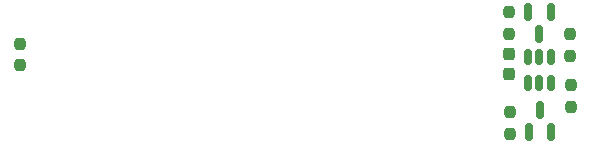
<source format=gbp>
G04 #@! TF.GenerationSoftware,KiCad,Pcbnew,(6.0.2)*
G04 #@! TF.CreationDate,2022-06-03T10:10:03-07:00*
G04 #@! TF.ProjectId,iflfu-top,69666c66-752d-4746-9f70-2e6b69636164,rev?*
G04 #@! TF.SameCoordinates,Original*
G04 #@! TF.FileFunction,Paste,Bot*
G04 #@! TF.FilePolarity,Positive*
%FSLAX46Y46*%
G04 Gerber Fmt 4.6, Leading zero omitted, Abs format (unit mm)*
G04 Created by KiCad (PCBNEW (6.0.2)) date 2022-06-03 10:10:03*
%MOMM*%
%LPD*%
G01*
G04 APERTURE LIST*
G04 Aperture macros list*
%AMRoundRect*
0 Rectangle with rounded corners*
0 $1 Rounding radius*
0 $2 $3 $4 $5 $6 $7 $8 $9 X,Y pos of 4 corners*
0 Add a 4 corners polygon primitive as box body*
4,1,4,$2,$3,$4,$5,$6,$7,$8,$9,$2,$3,0*
0 Add four circle primitives for the rounded corners*
1,1,$1+$1,$2,$3*
1,1,$1+$1,$4,$5*
1,1,$1+$1,$6,$7*
1,1,$1+$1,$8,$9*
0 Add four rect primitives between the rounded corners*
20,1,$1+$1,$2,$3,$4,$5,0*
20,1,$1+$1,$4,$5,$6,$7,0*
20,1,$1+$1,$6,$7,$8,$9,0*
20,1,$1+$1,$8,$9,$2,$3,0*%
G04 Aperture macros list end*
%ADD10RoundRect,0.150000X-0.150000X0.587500X-0.150000X-0.587500X0.150000X-0.587500X0.150000X0.587500X0*%
%ADD11RoundRect,0.237500X0.237500X-0.250000X0.237500X0.250000X-0.237500X0.250000X-0.237500X-0.250000X0*%
%ADD12RoundRect,0.237500X0.237500X-0.300000X0.237500X0.300000X-0.237500X0.300000X-0.237500X-0.300000X0*%
%ADD13RoundRect,0.150000X0.150000X-0.587500X0.150000X0.587500X-0.150000X0.587500X-0.150000X-0.587500X0*%
%ADD14RoundRect,0.150000X-0.150000X0.512500X-0.150000X-0.512500X0.150000X-0.512500X0.150000X0.512500X0*%
G04 APERTURE END LIST*
D10*
X192350000Y-68097217D03*
X190450000Y-68097217D03*
X191400000Y-69972217D03*
D11*
X194100000Y-76147217D03*
X194100000Y-74322217D03*
X147400000Y-72647217D03*
X147400000Y-70822217D03*
X194000000Y-71847217D03*
X194000000Y-70022217D03*
X188900000Y-78447217D03*
X188900000Y-76622217D03*
D12*
X188800000Y-73397217D03*
X188800000Y-71672217D03*
D13*
X190500000Y-78272217D03*
X192400000Y-78272217D03*
X191450000Y-76397217D03*
D11*
X188800000Y-69947217D03*
X188800000Y-68122217D03*
D14*
X190450000Y-71897217D03*
X191400000Y-71897217D03*
X192350000Y-71897217D03*
X192350000Y-74172217D03*
X191400000Y-74172217D03*
X190450000Y-74172217D03*
M02*

</source>
